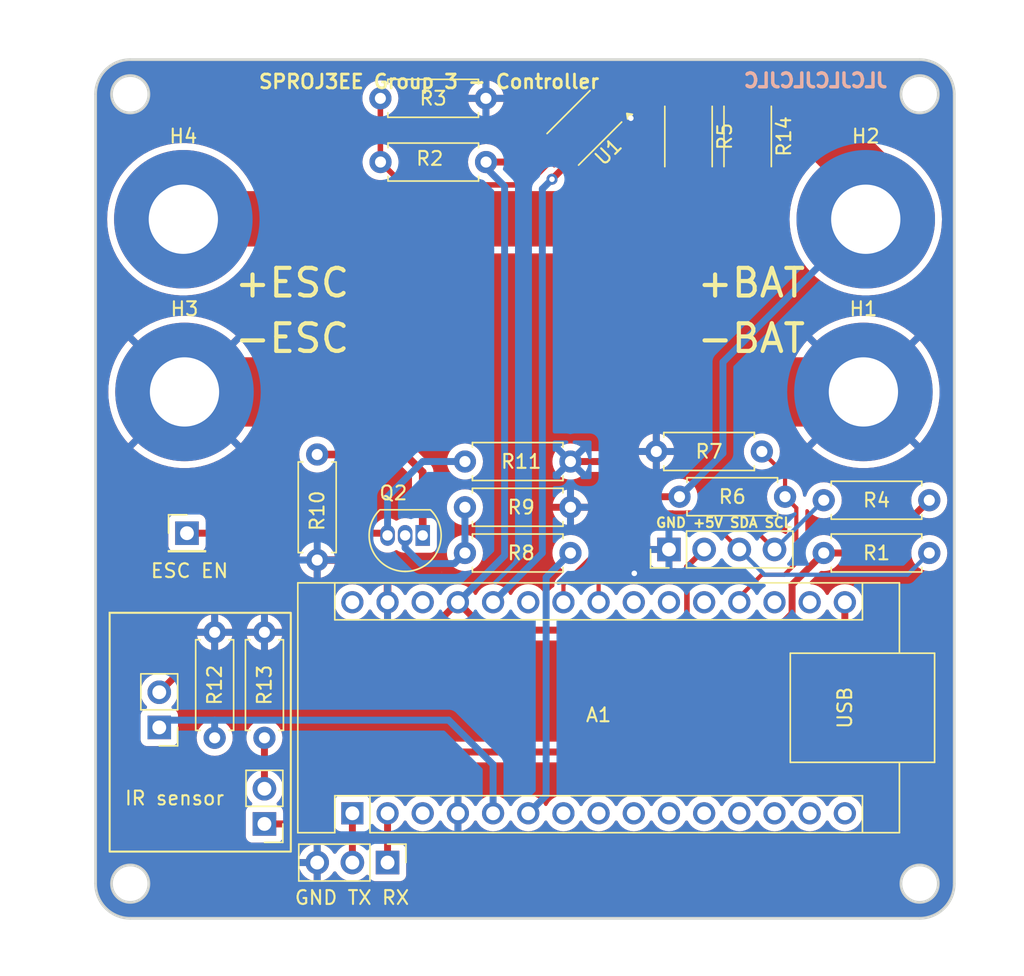
<source format=kicad_pcb>
(kicad_pcb (version 20240108) (generator "pcbnew") (generator_version "8.0")
  (layers (0 "F.Cu" signal) (31 "B.Cu" signal) (34 "B.Paste" user) (35 "F.Paste" user) (36 "B.SilkS" user "B.Silkscreen") (37 "F.SilkS" user "F.Silkscreen") (38 "B.Mask" user) (39 "F.Mask" user) (44 "Edge.Cuts" user))
  (net 0 "")
  (net 3 "A5_SCL")
  (net 5 "D13")
  (net 10 "TX")
  (net 11 "A7")
  (net 12 "RX")
  (net 17 "D3")
  (net 19 "D2")
  (net 21 "A0")
  (net 26 "A4_SDA")
  (net 27 "+5V")
  (net 29 "GND")
  (net 30 "Bat_input")
  (net 31 "Net-(J2-Pin_1)")
  (net 32 "Net-(J4-Pin_2)")
  (net 33 "Net-(Q2-B)")
  (net 34 "Net-(Q2-E)")
  (net 35 "Net-(U1-REF1)")
  (net 36 "Bat_output")
  (footprint "Resistor_SMD:R_2512_6332Metric_Pad1.40x3.35mm_HandSolder" (layer "F.Cu") (at 147.714 44.855142 -90)
    (property "Reference" "R5" (at 0 -2.62 90) (layer "F.SilkS"))
    (property "Value" "5m" (hide yes))
    (fp_line (start -2.177064 1.71) (end 2.177064 1.71) (stroke (width 0.12)) (layer "F.SilkS"))
    (fp_line (start -2.177064 -1.71) (end 2.177064 -1.71) (stroke (width 0.12)) (layer "F.SilkS"))
    (pad "1" smd roundrect (at -3.05 0 270) (size 1.4 3.35) (layers "F.Cu" "F.Paste" "F.Mask") (roundrect_rratio 0.178571) (net 30 "Bat_input"))
    (pad "2" smd roundrect (at 3.05 0 270) (size 1.4 3.35) (layers "F.Cu" "F.Paste" "F.Mask") (roundrect_rratio 0.178571) (net 36 "Bat_output"))
  )
  (footprint "MountingHole:MountingHole_5mm_Pad_TopBottom" (layer "F.Cu") (at 111.238 50.831142)
    (property "Reference" "H4" (at 0 -6 0) (layer "F.SilkS"))
    (property "Value" "MountingHole_Pad_Bat+_output")
    (pad "1" thru_hole circle (at 0 0) (size 5.4 5.4) (drill 5) (layers "*.Cu" "*.Mask") (net 36 "Bat_output"))
    (pad "1" connect circle (at 0 0) (size 10 10) (layers "F.Cu" "F.Mask") (net 36 "Bat_output"))
    (pad "1" connect circle (at 0 0) (size 10 10) (layers "B.Cu" "B.Mask") (net 36 "Bat_output"))
  )
  (footprint "Resistor_THT:R_Axial_DIN0207_L6.3mm_D2.5mm_P7.62mm_Horizontal" (layer "F.Cu") (at 147.066 70.866)
    (property "Reference" "R6" (at 3.81 0 0) (layer "F.SilkS"))
    (property "Value" "20k" (hide yes))
    (fp_line (start 0.54 -1.37) (end 7.08 -1.37) (stroke (width 0.12)) (layer "F.SilkS"))
    (fp_line (start 0.54 -1.04) (end 0.54 -1.37) (stroke (width 0.12)) (layer "F.SilkS"))
    (fp_line (start 0.54 1.04) (end 0.54 1.37) (stroke (width 0.12)) (layer "F.SilkS"))
    (fp_line (start 0.54 1.37) (end 7.08 1.37) (stroke (width 0.12)) (layer "F.SilkS"))
    (fp_line (start 7.08 -1.37) (end 7.08 -1.04) (stroke (width 0.12)) (layer "F.SilkS"))
    (fp_line (start 7.08 1.37) (end 7.08 1.04) (stroke (width 0.12)) (layer "F.SilkS"))
    (pad "1" thru_hole circle (at 0 0) (size 1.6 1.6) (drill 0.8) (layers "*.Cu" "*.Mask") (net 30 "Bat_input"))
    (pad "2" thru_hole oval (at 7.62 0) (size 1.6 1.6) (drill 0.8) (layers "*.Cu" "*.Mask") (net 21 "A0"))
  )
  (footprint "Connector_PinHeader_2.54mm:PinHeader_1x02_P2.54mm_Vertical" (layer "F.Cu") (at 117.094 94.493 180)
    (property "Reference" "J4" (hide yes))
    (property "Value" "Conn_01x02_Pin" (hide yes))
    (fp_line (start 1.33 1.270001) (end 1.33 3.87) (stroke (width 0.12)) (layer "F.SilkS"))
    (fp_line (start -1.33 3.87) (end 1.33 3.87) (stroke (width 0.12)) (layer "F.SilkS"))
    (fp_line (start -1.33 1.270001) (end 1.33 1.270001) (stroke (width 0.12)) (layer "F.SilkS"))
    (fp_line (start -1.33 1.270001) (end -1.33 3.87) (stroke (width 0.12)) (layer "F.SilkS"))
    (fp_line (start -1.33 0) (end -1.33 -1.33) (stroke (width 0.12)) (layer "F.SilkS"))
    (fp_line (start -1.33 -1.33) (end 0 -1.33) (stroke (width 0.12)) (layer "F.SilkS"))
    (pad "1" thru_hole rect (at 0 0 180) (size 1.7 1.7) (drill 1) (layers "*.Cu" "*.Mask") (net 5 "D13"))
    (pad "2" thru_hole oval (at 0 2.54 180) (size 1.7 1.7) (drill 1) (layers "*.Cu" "*.Mask") (net 32 "Net-(J4-Pin_2)"))
  )
  (footprint "MountingHole:MountingHole_5mm_Pad_TopBottom" (layer "F.Cu") (at 160.514 50.831142)
    (property "Reference" "H2" (at 0 -6 0) (layer "F.SilkS"))
    (property "Value" "MountingHole_Pad_Bat+_input")
    (pad "1" thru_hole circle (at 0 0) (size 5.4 5.4) (drill 5) (layers "*.Cu" "*.Mask") (net 30 "Bat_input"))
    (pad "1" connect circle (at 0 0) (size 10 10) (layers "F.Cu" "F.Mask") (net 30 "Bat_input"))
    (pad "1" connect circle (at 0 0) (size 10 10) (layers "B.Cu" "B.Mask") (net 30 "Bat_input"))
  )
  (footprint "Resistor_THT:R_Axial_DIN0207_L6.3mm_D2.5mm_P7.62mm_Horizontal" (layer "F.Cu") (at 131.572 71.628)
    (property "Reference" "R9" (at 4.064 0 0) (layer "F.SilkS"))
    (property "Value" "1.5k" (hide yes))
    (fp_line (start 0.54 -1.37) (end 7.08 -1.37) (stroke (width 0.12)) (layer "F.SilkS"))
    (fp_line (start 0.54 -1.04) (end 0.54 -1.37) (stroke (width 0.12)) (layer "F.SilkS"))
    (fp_line (start 0.54 1.04) (end 0.54 1.37) (stroke (width 0.12)) (layer "F.SilkS"))
    (fp_line (start 0.54 1.37) (end 7.08 1.37) (stroke (width 0.12)) (layer "F.SilkS"))
    (fp_line (start 7.08 -1.37) (end 7.08 -1.04) (stroke (width 0.12)) (layer "F.SilkS"))
    (fp_line (start 7.08 1.37) (end 7.08 1.04) (stroke (width 0.12)) (layer "F.SilkS"))
    (pad "1" thru_hole circle (at 0 0) (size 1.6 1.6) (drill 0.8) (layers "*.Cu" "*.Mask") (net 33 "Net-(Q2-B)"))
    (pad "2" thru_hole oval (at 7.62 0) (size 1.6 1.6) (drill 0.8) (layers "*.Cu" "*.Mask") (net 29 "GND"))
  )
  (footprint "Package_TO_SOT_THT:TO-92_Inline" (layer "F.Cu") (at 128.524 73.66 180)
    (property "Reference" "Q2" (at 2.124 3.06 0) (layer "F.SilkS"))
    (property "Value" "2N3904" (hide yes))
    (fp_line (start -0.53 1.85) (end 3.07 1.85) (stroke (width 0.12)) (layer "F.SilkS"))
    (fp_arc (start 1.27 -2.6) (mid 3.672087 -0.994977) (end 3.108478 1.838478) (stroke (width 0.12)) (layer "F.SilkS"))
    (fp_arc (start -0.568478 1.838478) (mid -1.132087 -0.994977) (end 1.27 -2.6) (stroke (width 0.12)) (layer "F.SilkS"))
    (pad "1" thru_hole rect (at 0 0 180) (size 1.05 1.5) (drill 0.75) (layers "*.Cu" "*.Mask") (net 34 "Net-(Q2-E)"))
    (pad "2" thru_hole oval (at 1.270001 0 180) (size 1.05 1.5) (drill 0.75) (layers "*.Cu" "*.Mask") (net 33 "Net-(Q2-B)"))
    (pad "3" thru_hole oval (at 2.54 0 180) (size 1.05 1.5) (drill 0.75) (layers "*.Cu" "*.Mask") (net 31 "Net-(J2-Pin_1)"))
  )
  (footprint "Resistor_THT:R_Axial_DIN0207_L6.3mm_D2.5mm_P7.62mm_Horizontal" (layer "F.Cu") (at 157.48 71.12)
    (property "Reference" "R4" (at 3.81 0 0) (layer "F.SilkS"))
    (property "Value" "4.7k" (hide yes))
    (fp_line (start 0.54 -1.37) (end 7.08 -1.37) (stroke (width 0.12)) (layer "F.SilkS"))
    (fp_line (start 0.54 -1.04) (end 0.54 -1.37) (stroke (width 0.12)) (layer "F.SilkS"))
    (fp_line (start 0.54 1.04) (end 0.54 1.37) (stroke (width 0.12)) (layer "F.SilkS"))
    (fp_line (start 0.54 1.37) (end 7.08 1.37) (stroke (width 0.12)) (layer "F.SilkS"))
    (fp_line (start 7.08 -1.37) (end 7.08 -1.04) (stroke (width 0.12)) (layer "F.SilkS"))
    (fp_line (start 7.08 1.37) (end 7.08 1.04) (stroke (width 0.12)) (layer "F.SilkS"))
    (pad "1" thru_hole circle (at 0 0) (size 1.6 1.6) (drill 0.8) (layers "*.Cu" "*.Mask") (net 3 "A5_SCL"))
    (pad "2" thru_hole oval (at 7.62 0) (size 1.6 1.6) (drill 0.8) (layers "*.Cu" "*.Mask") (net 27 "+5V"))
  )
  (footprint "Connector_PinHeader_2.54mm:PinHeader_1x04_P2.54mm_Vertical" (layer "F.Cu") (at 146.304001 74.676 90)
    (property "Reference" "J1" (hide yes))
    (property "Value" "Conn_01x04_Pin" (hide yes))
    (fp_line (start -1.33 -1.33) (end 0 -1.33) (stroke (width 0.12)) (layer "F.SilkS"))
    (fp_line (start -1.33 0) (end -1.33 -1.33) (stroke (width 0.12)) (layer "F.SilkS"))
    (fp_line (start 1.33 1.270001) (end 1.33 8.95) (stroke (width 0.12)) (layer "F.SilkS"))
    (fp_line (start -1.33 1.270001) (end 1.33 1.270001) (stroke (width 0.12)) (layer "F.SilkS"))
    (fp_line (start -1.33 1.270001) (end -1.33 8.95) (stroke (width 0.12)) (layer "F.SilkS"))
    (fp_line (start -1.33 8.95) (end 1.33 8.95) (stroke (width 0.12)) (layer "F.SilkS"))
    (pad "1" thru_hole rect (at 0 0 90) (size 1.7 1.7) (drill 1) (layers "*.Cu" "*.Mask") (net 29 "GND"))
    (pad "2" thru_hole oval (at 0 2.54 90) (size 1.7 1.7) (drill 1) (layers "*.Cu" "*.Mask") (net 27 "+5V"))
    (pad "3" thru_hole oval (at 0 5.079999 90) (size 1.7 1.7) (drill 1) (layers "*.Cu" "*.Mask") (net 26 "A4_SDA"))
    (pad "4" thru_hole oval (at 0 7.62 90) (size 1.7 1.7) (drill 1) (layers "*.Cu" "*.Mask") (net 3 "A5_SCL"))
  )
  (footprint "Connector_PinHeader_2.54mm:PinHeader_1x02_P2.54mm_Vertical" (layer "F.Cu") (at 109.5 87.525 180)
    (property "Reference" "J3" (hide yes))
    (property "Value" "Conn_01x02_Pin" (hide yes))
    (fp_line (start 1.33 1.270001) (end 1.33 3.87) (stroke (width 0.12)) (layer "F.SilkS"))
    (fp_line (start -1.33 3.87) (end 1.33 3.87) (stroke (width 0.12)) (layer "F.SilkS"))
    (fp_line (start -1.33 1.270001) (end 1.33 1.270001) (stroke (width 0.12)) (layer "F.SilkS"))
    (fp_line (start -1.33 1.270001) (end -1.33 3.87) (stroke (width 0.12)) (layer "F.SilkS"))
    (fp_line (start -1.33 0) (end -1.33 -1.33) (stroke (width 0.12)) (layer "F.SilkS"))
    (fp_line (start -1.33 -1.33) (end 0 -1.33) (stroke (width 0.12)) (layer "F.SilkS"))
    (pad "1" thru_hole rect (at 0 0 180) (size 1.7 1.7) (drill 1) (layers "*.Cu" "*.Mask") (net 19 "D2"))
    (pad "2" thru_hole oval (at 0 2.54 180) (size 1.7 1.7) (drill 1) (layers "*.Cu" "*.Mask") (net 27 "+5V"))
  )
  (footprint "Connector_PinHeader_2.54mm:PinHeader_1x03_P2.54mm_Vertical" (layer "F.Cu") (at 125.983999 97.282 -90)
    (property "Reference" "J1-1" (hide yes))
    (property "Value" "Conn_01x03_Pin" (hide yes))
    (fp_line (start -1.33 6.409999) (end 1.33 6.409999) (stroke (width 0.12)) (layer "F.SilkS"))
    (fp_line (start -1.33 1.270001) (end -1.33 6.409999) (stroke (width 0.12)) (layer "F.SilkS"))
    (fp_line (start -1.33 1.270001) (end 1.33 1.270001) (stroke (width 0.12)) (layer "F.SilkS"))
    (fp_line (start 1.33 1.270001) (end 1.33 6.409999) (stroke (width 0.12)) (layer "F.SilkS"))
    (fp_line (start -1.33 0) (end -1.33 -1.33) (stroke (width 0.12)) (layer "F.SilkS"))
    (fp_line (start -1.33 -1.33) (end 0 -1.33) (stroke (width 0.12)) (layer "F.SilkS"))
    (pad "1" thru_hole rect (at 0 0 270) (size 1.7 1.7) (drill 1) (layers "*.Cu" "*.Mask") (net 12 "RX"))
    (pad "2" thru_hole oval (at 0 2.54 270) (size 1.7 1.7) (drill 1) (layers "*.Cu" "*.Mask") (net 10 "TX"))
    (pad "3" thru_hole oval (at 0 5.079999 270) (size 1.7 1.7) (drill 1) (layers "*.Cu" "*.Mask") (net 29 "GND"))
  )
  (footprint "Resistor_THT:R_Axial_DIN0207_L6.3mm_D2.5mm_P7.62mm_Horizontal" (layer "F.Cu") (at 139.192 74.93 180)
    (property "Reference" "R8" (at 3.556 0 0) (layer "F.SilkS"))
    (property "Value" "3.5k" (hide yes))
    (fp_line (start 7.08 1.37) (end 7.08 1.04) (stroke (width 0.12)) (layer "F.SilkS"))
    (fp_line (start 7.08 -1.37) (end 7.08 -1.04) (stroke (width 0.12)) (layer "F.SilkS"))
    (fp_line (start 0.54 1.37) (end 7.08 1.37) (stroke (width 0.12)) (layer "F.SilkS"))
    (fp_line (start 0.54 1.04) (end 0.54 1.37) (stroke (width 0.12)) (layer "F.SilkS"))
    (fp_line (start 0.54 -1.04) (end 0.54 -1.37) (stroke (width 0.12)) (layer "F.SilkS"))
    (fp_line (start 0.54 -1.37) (end 7.08 -1.37) (stroke (width 0.12)) (layer "F.SilkS"))
    (pad "1" thru_hole circle (at 0 0 180) (size 1.6 1.6) (drill 0.8) (layers "*.Cu" "*.Mask") (net 17 "D3"))
    (pad "2" thru_hole oval (at 7.62 0 180) (size 1.6 1.6) (drill 0.8) (layers "*.Cu" "*.Mask") (net 33 "Net-(Q2-B)"))
  )
  (footprint "Resistor_THT:R_Axial_DIN0207_L6.3mm_D2.5mm_P7.62mm_Horizontal" (layer "F.Cu") (at 125.466 42.101142)
    (property "Reference" "R3" (at 3.81 0 0) (layer "F.SilkS"))
    (property "Value" "200" (hide yes))
    (fp_line (start 0.54 -1.37) (end 7.08 -1.37) (stroke (width 0.12)) (layer "F.SilkS"))
    (fp_line (start 0.54 -1.04) (end 0.54 -1.37) (stroke (width 0.12)) (layer "F.SilkS"))
    (fp_line (start 0.54 1.04) (end 0.54 1.37) (stroke (width 0.12)) (layer "F.SilkS"))
    (fp_line (start 0.54 1.37) (end 7.08 1.37) (stroke (width 0.12)) (layer "F.SilkS"))
    (fp_line (start 7.08 -1.37) (end 7.08 -1.04) (stroke (width 0.12)) (layer "F.SilkS"))
    (fp_line (start 7.08 1.37) (end 7.08 1.04) (stroke (width 0.12)) (layer "F.SilkS"))
    (pad "1" thru_hole circle (at 0 0) (size 1.6 1.6) (drill 0.8) (layers "*.Cu" "*.Mask") (net 35 "Net-(U1-REF1)"))
    (pad "2" thru_hole oval (at 7.62 0) (size 1.6 1.6) (drill 0.8) (layers "*.Cu" "*.Mask") (net 29 "GND"))
  )
  (footprint "Resistor_THT:R_Axial_DIN0207_L6.3mm_D2.5mm_P7.62mm_Horizontal" (layer "F.Cu") (at 117.094 88.275 90)
    (property "Reference" "R13" (at 3.81 0 90) (layer "F.SilkS"))
    (property "Value" "180" (hide yes))
    (fp_line (start 7.08 -1.37) (end 7.08 -1.04) (stroke (width 0.12)) (layer "F.SilkS"))
    (fp_line (start 0.54 -1.37) (end 7.08 -1.37) (stroke (width 0.12)) (layer "F.SilkS"))
    (fp_line (start 0.54 -1.04) (end 0.54 -1.37) (stroke (width 0.12)) (layer "F.SilkS"))
    (fp_line (start 0.54 1.04) (end 0.54 1.37) (stroke (width 0.12)) (layer "F.SilkS"))
    (fp_line (start 7.08 1.37) (end 7.08 1.04) (stroke (width 0.12)) (layer "F.SilkS"))
    (fp_line (start 0.54 1.37) (end 7.08 1.37) (stroke (width 0.12)) (layer "F.SilkS"))
    (pad "1" thru_hole circle (at 0 0 90) (size 1.6 1.6) (drill 0.8) (layers "*.Cu" "*.Mask") (net 32 "Net-(J4-Pin_2)"))
    (pad "2" thru_hole oval (at 7.62 0 90) (size 1.6 1.6) (drill 0.8) (layers "*.Cu" "*.Mask") (net 29 "GND"))
  )
  (footprint "Resistor_THT:R_Axial_DIN0207_L6.3mm_D2.5mm_P7.62mm_Horizontal" (layer "F.Cu") (at 139.192 68.326 180)
    (property "Reference" "R11" (at 3.556 0 0) (layer "F.SilkS"))
    (property "Value" "100k" (hide yes))
    (fp_line (start 7.08 1.37) (end 7.08 1.04) (stroke (width 0.12)) (layer "F.SilkS"))
    (fp_line (start 7.08 -1.37) (end 7.08 -1.04) (stroke (width 0.12)) (layer "F.SilkS"))
    (fp_line (start 0.54 1.37) (end 7.08 1.37) (stroke (width 0.12)) (layer "F.SilkS"))
    (fp_line (start 0.54 1.04) (end 0.54 1.37) (stroke (width 0.12)) (layer "F.SilkS"))
    (fp_line (start 0.54 -1.04) (end 0.54 -1.37) (stroke (width 0.12)) (layer "F.SilkS"))
    (fp_line (start 0.54 -1.37) (end 7.08 -1.37) (stroke (width 0.12)) (layer "F.SilkS"))
    (pad "1" thru_hole circle (at 0 0 180) (size 1.6 1.6) (drill 0.8) (layers "*.Cu" "*.Mask") (net 30 "Bat_input"))
    (pad "2" thru_hole oval (at 7.62 0 180) (size 1.6 1.6) (drill 0.8) (layers "*.Cu" "*.Mask") (net 31 "Net-(J2-Pin_1)"))
  )
  (footprint "Resistor_THT:R_Axial_DIN0207_L6.3mm_D2.5mm_P7.62mm_Horizontal" (layer "F.Cu") (at 153.01 67.6 180)
    (property "Reference" "R7" (at 3.81 0 0) (layer "F.SilkS"))
    (property "Value" "10k" (hide yes))
    (fp_line (start 7.08 1.37) (end 7.08 1.04) (stroke (width 0.12)) (layer "F.SilkS"))
    (fp_line (start 7.08 -1.37) (end 7.08 -1.04) (stroke (width 0.12)) (layer "F.SilkS"))
    (fp_line (start 0.54 1.37) (end 7.08 1.37) (stroke (width 0.12)) (layer "F.SilkS"))
    (fp_line (start 0.54 1.04) (end 0.54 1.37) (stroke (width 0.12)) (layer "F.SilkS"))
    (fp_line (start 0.54 -1.04) (end 0.54 -1.37) (stroke (width 0.12)) (layer "F.SilkS"))
    (fp_line (start 0.54 -1.37) (end 7.08 -1.37) (stroke (width 0.12)) (layer "F.SilkS"))
    (pad "1" thru_hole circle (at 0 0 180) (size 1.6 1.6) (drill 0.8) (layers "*.Cu" "*.Mask") (net 21 "A0"))
    (pad "2" thru_hole oval (at 7.62 0 180) (size 1.6 1.6) (drill 0.8) (layers "*.Cu" "*.Mask") (net 29 "GND"))
  )
  (footprint "Package_SO:TSSOP-8_4.4x3mm_P0.65mm" (layer "F.Cu") (at 140.194 44.227142 -135)
    (property "Reference" "U1" (at 0 -2.450001 45) (layer "F.SilkS"))
    (property "Value" "INA240A1PW" (hide yes))
    (fp_line (start 0 1.61) (end 2.2 1.61) (stroke (width 0.12)) (layer "F.SilkS"))
    (fp_line (start 0 1.61) (end -2.2 1.61) (stroke (width 0.12)) (layer "F.SilkS"))
    (fp_line (start 0 -1.61) (end 2.2 -1.61) (stroke (width 0.12)) (layer "F.SilkS"))
    (fp_line (start 0 -1.61) (end -2.2 -1.61) (stroke (width 0.12)) (layer "F.SilkS"))
    (fp_poly (pts (xy -2.9 -1.435) (xy -3.14 -1.765) (xy -2.660001 -1.765) (xy -2.9 -1.435)) (stroke (width 0.12)) (fill solid) (layer "F.SilkS"))
    (pad "1" smd roundrect (at -2.8625 -0.975 225) (size 1.475 0.4) (layers "F.Cu" "F.Paste" "F.Mask") (net 29 "GND"))
    (pad "2" smd roundrect (at -2.8625 -0.325 225) (size 1.475 0.4) (layers "F.Cu" "F.Paste" "F.Mask") (net 30 "Bat_input"))
    (pad "3" smd roundrect (at -2.8625 0.325 225) (size 1.475 0.4) (layers "F.Cu" "F.Paste" "F.Mask") (net 36 "Bat_output"))
    (pad "4" smd roundrect (at -2.8625 0.975 225) (size 1.475 0.4) (layers "F.Cu" "F.Paste" "F.Mask") (net 29 "GND"))
    (pad "5" smd roundrect (at 2.8625 0.975 225) (size 1.475 0.4) (layers "F.Cu" "F.Paste" "F.Mask") (net 27 "+5V"))
    (pad "6" smd roundrect (at 2.8625 0.325 225) (size 1.475 0.4) (layers "F.Cu" "F.Paste" "F.Mask") (net 35 "Net-(U1-REF1)"))
    (pad "7" smd roundrect (at 2.8625 -0.325 225) (size 1.475 0.4) (layers "F.Cu" "F.Paste" "F.Mask") (net 35 "Net-(U1-REF1)"))
    (pad "8" smd roundrect (at 2.8625 -0.975 225) (size 1.475 0.4) (layers "F.Cu" "F.Paste" "F.Mask") (net 11 "A7"))
  )
  (footprint "Connector_PinHeader_2.54mm:PinHeader_1x01_P2.54mm_Vertical" (layer "F.Cu") (at 111.5 73.5)
    (property "Reference" "J2" (hide yes))
    (property "Value" "mount_hole_mosfet")
    (fp_line (start -1.33 -1.33) (end 0 -1.33) (stroke (width 0.12)) (layer "F.SilkS"))
    (fp_line (start -1.33 0) (end -1.33 -1.33) (stroke (width 0.12)) (layer "F.SilkS"))
    (fp_line (start -1.33 1.27) (end -1.33 1.33) (stroke (width 0.12)) (layer "F.SilkS"))
    (fp_line (start -1.33 1.27) (end 1.33 1.27) (stroke (width 0.12)) (layer "F.SilkS"))
    (fp_line (start -1.33 1.33) (end 1.33 1.33) (stroke (width 0.12)) (layer "F.SilkS"))
    (fp_line (start 1.33 1.27) (end 1.33 1.33) (stroke (width 0.12)) (layer "F.SilkS"))
    (pad "1" thru_hole rect (at 0 0) (size 1.7 1.7) (drill 1) (layers "*.Cu" "*.Mask") (net 31 "Net-(J2-Pin_1)"))
  )
  (footprint "Resistor_THT:R_Axial_DIN0207_L6.3mm_D2.5mm_P7.62mm_Horizontal" (layer "F.Cu") (at 113.5 88.275 90)
    (property "Reference" "R12" (at 3.81 0 90) (layer "F.SilkS"))
    (property "Value" "4.7k" (hide yes))
    (fp_line (start 7.08 -1.37) (end 7.08 -1.04) (stroke (width 0.12)) (layer "F.SilkS"))
    (fp_line (start 0.54 -1.37) (end 7.08 -1.37) (stroke (width 0.12)) (layer "F.SilkS"))
    (fp_line (start 0.54 -1.04) (end 0.54 -1.37) (stroke (width 0.12)) (layer "F.SilkS"))
    (fp_line (start 0.54 1.04) (end 0.54 1.37) (stroke (width 0.12)) (layer "F.SilkS"))
    (fp_line (start 7.08 1.37) (end 7.08 1.04) (stroke (width 0.12)) (layer "F.SilkS"))
    (fp_line (start 0.54 1.37) (end 7.08 1.37) (stroke (width 0.12)) (layer "F.SilkS"))
    (pad "1" thru_hole circle (at 0 0 90) (size 1.6 1.6) (drill 0.8) (layers "*.Cu" "*.Mask") (net 19 "D2"))
    (pad "2" thru_hole oval (at 7.62 0 90) (size 1.6 1.6) (drill 0.8) (layers "*.Cu" "*.Mask") (net 29 "GND"))
  )
  (footprint "Resistor_SMD:R_2512_6332Metric_Pad1.40x3.35mm_HandSolder" (layer "F.Cu") (at 151.986 44.851142 -90)
    (property "Reference" "R14" (at 0 -2.62 90) (layer "F.SilkS"))
    (property "Value" "5m")
    (fp_line (start -2.177064 1.71) (end 2.177064 1.71) (stroke (width 0.12)) (layer "F.SilkS"))
    (fp_line (start -2.177064 -1.71) (end 2.177064 -1.71) (stroke (width 0.12)) (layer "F.SilkS"))
    (pad "1" smd roundrect (at -3.05 0 270) (size 1.4 3.35) (layers "F.Cu" "F.Paste" "F.Mask") (roundrect_rratio 0.178571) (net 30 "Bat_input"))
    (pad "2" smd roundrect (at 3.05 0 270) (size 1.4 3.35) (layers "F.Cu" "F.Paste" "F.Mask") (roundrect_rratio 0.178571) (net 36 "Bat_output"))
  )
  (footprint "MountingHole:MountingHole_5mm_Pad_TopBottom" (layer "F.Cu") (at 111.322 63.3)
    (property "Reference" "H3" (at 0 -6 0) (layer "F.SilkS"))
    (property "Value" "MountingHole_Pad_Bat-_output")
    (pad "1" thru_hole circle (at 0 0) (size 5.4 5.4) (drill 5) (layers "*.Cu" "*.Mask") (net 29 "GND"))
    (pad "1" connect circle (at 0 0) (size 10 10) (layers "F.Cu" "F.Mask") (net 29 "GND"))
    (pad "1" connect circle (at 0 0) (size 10 10) (layers "B.Cu" "B.Mask") (net 29 "GND"))
  )
  (footprint "Resistor_THT:R_Axial_DIN0207_L6.3mm_D2.5mm_P7.62mm_Horizontal" (layer "F.Cu") (at 125.476 46.701142)
    (property "Reference" "R2" (at 3.556 -0.254 0) (layer "F.SilkS"))
    (property "Value" "10k" (hide yes))
    (fp_line (start 0.54 -1.37) (end 7.08 -1.37) (stroke (width 0.12)) (layer "F.SilkS"))
    (fp_line (start 0.54 -1.04) (end 0.54 -1.37) (stroke (width 0.12)) (layer "F.SilkS"))
    (fp_line (start 0.54 1.04) (end 0.54 1.37) (stroke (width 0.12)) (layer "F.SilkS"))
    (fp_line (start 0.54 1.37) (end 7.08 1.37) (stroke (width 0.12)) (layer "F.SilkS"))
    (fp_line (start 7.08 -1.37) (end 7.08 -1.04) (stroke (width 0.12)) (layer "F.SilkS"))
    (fp_line (start 7.08 1.37) (end 7.08 1.04) (stroke (width 0.12)) (layer "F.SilkS"))
    (pad "1" thru_hole circle (at 0 0) (size 1.6 1.6) (drill 0.8) (layers "*.Cu" "*.Mask") (net 35 "Net-(U1-REF1)"))
    (pad "2" thru_hole oval (at 7.62 0) (size 1.6 1.6) (drill 0.8) (layers "*.Cu" "*.Mask") (net 27 "+5V"))
  )
  (footprint "MountingHole:MountingHole_5mm_Pad_TopBottom" (layer "F.Cu") (at 160.344 63.3)
    (property "Reference" "H1" (at 0 -6 0) (layer "F.SilkS"))
    (property "Value" "MountingHole_Pad_Bat-_input")
    (pad "1" thru_hole circle (at 0 0) (size 5.4 5.4) (drill 5) (layers "*.Cu" "*.Mask") (net 29 "GND"))
    (pad "1" connect circle (at 0 0) (size 10 10) (layers "F.Cu" "F.Mask") (net 29 "GND"))
    (pad "1" connect circle (at 0 0) (size 10 10) (layers "B.Cu" "B.Mask") (net 29 "GND"))
  )
  (footprint "Resistor_THT:R_Axial_DIN0207_L6.3mm_D2.5mm_P7.62mm_Horizontal" (layer "F.Cu") (at 157.48 74.93)
    (property "Reference" "R1" (at 3.81 0 0) (layer "F.SilkS"))
    (property "Value" "4.7k" (hide yes))
    (fp_line (start 0.54 -1.37) (end 7.08 -1.37) (stroke (width 0.12)) (layer "F.SilkS"))
    (fp_line (start 0.54 -1.04) (end 0.54 -1.37) (stroke (width 0.12)) (layer "F.SilkS"))
    (fp_line (start 0.54 1.04) (end 0.54 1.37) (stroke (width 0.12)) (layer "F.SilkS"))
    (fp_line (start 0.54 1.37) (end 7.08 1.37) (stroke (width 0.12)) (layer "F.SilkS"))
    (fp_line (start 7.08 -1.37) (end 7.08 -1.04) (stroke (width 0.12)) (layer "F.SilkS"))
    (fp_line (start 7.08 1.37) (end 7.08 1.04) (stroke (width 0.12)) (layer "F.SilkS"))
    (pad "1" thru_hole circle (at 0 0) (size 1.6 1.6) (drill 0.8) (layers "*.Cu" "*.Mask") (net 27 "+5V"))
    (pad "2" thru_hole oval (at 7.62 0) (size 1.6 1.6) (drill 0.8) (layers "*.Cu" "*.Mask") (net 26 "A4_SDA"))
  )
  (footprint "Module:Arduino_Nano" (layer "F.Cu") (at 123.444001 93.726 90)
    (property "Reference" "A1" (at 7.102 17.779999 180) (layer "F.SilkS"))
    (property "Value" "Arduino_Nano_v3.x" (hide yes))
    (fp_line (start 16.64 -3.94) (end -1.4 -3.94) (stroke (width 0.12)) (layer "F.SilkS"))
    (fp_line (start -1.4 -3.94) (end -1.4 -1.27) (stroke (width 0.12)) (layer "F.SilkS"))
    (fp_line (start 13.97 -1.27) (end 16.64 -1.27) (stroke (width 0.12)) (layer "F.SilkS"))
    (fp_line (start 13.97 -1.27) (end 13.97 36.83) (stroke (width 0.12)) (layer "F.SilkS"))
    (fp_line (start 1.27 -1.27) (end -1.4 -1.27) (stroke (width 0.12)) (layer "F.SilkS"))
    (fp_line (start 1.27 1.27) (end 1.27 -1.27) (stroke (width 0.12)) (layer "F.SilkS"))
    (fp_line (start 1.27 1.27) (end -1.4 1.27) (stroke (width 0.12)) (layer "F.SilkS"))
    (fp_line (start 1.27 1.27) (end 1.27 36.83) (stroke (width 0.12)) (layer "F.SilkS"))
    (fp_line (start -1.4 1.27) (end -1.4 39.499999) (stroke (width 0.12)) (layer "F.SilkS"))
    (fp_line (start 3.68 31.619999) (end 11.56 31.62) (stroke (width 0.12)) (layer "F.SilkS"))
    (fp_line (start 11.56 31.62) (end 11.559999 42.04) (stroke (width 0.12)) (layer "F.SilkS"))
    (fp_line (start 13.97 36.83) (end 16.64 36.83) (stroke (width 0.12)) (layer "F.SilkS"))
    (fp_line (start 1.27 36.83) (end -1.4 36.83) (stroke (width 0.12)) (layer "F.SilkS"))
    (fp_line (start -1.4 39.499999) (end 3.68 39.5) (stroke (width 0.12)) (layer "F.SilkS"))
    (fp_line (start 16.64 39.5) (end 16.64 -3.94) (stroke (width 0.12)) (layer "F.SilkS"))
    (fp_line (start 16.64 39.5) (end 11.56 39.499999) (stroke (width 0.12)) (layer "F.SilkS"))
    (fp_line (start 11.559999 42.04) (end 3.68 42.04) (stroke (width 0.12)) (layer "F.SilkS"))
    (fp_line (start 3.68 42.04) (end 3.68 31.619999) (stroke (width 0.12)) (layer "F.SilkS"))
    (fp_text user "USB" (at 7.62 35.56 90) (layer "F.SilkS"))
    (pad "1" thru_hole rect (at 0 0 90) (size 1.6 1.6) (drill 1) (layers "*.Cu" "*.Mask") (net 10 "TX"))
    (pad "2" thru_hole oval (at 0 2.54 90) (size 1.6 1.6) (drill 1) (layers "*.Cu" "*.Mask") (net 12 "RX"))
    (pad "3" thru_hole oval (at 0 5.079999 90) (size 1.6 1.6) (drill 1) (layers "*.Cu" "*.Mask"))
    (pad "4" thru_hole oval (at 0 7.62 90) (size 1.6 1.6) (drill 1) (layers "*.Cu" "*.Mask") (net 29 "GND"))
    (pad "5" thru_hole oval (at 0 10.16 90) (size 1.6 1.6) (drill 1) (layers "*.Cu" "*.Mask") (net 19 "D2"))
    (pad "6" thru_hole oval (at 0 12.7 90) (size 1.6 1.6) (drill 1) (layers "*.Cu" "*.Mask") (net 17 "D3"))
    (pad "7" thru_hole oval (at 0 15.24 90) (size 1.6 1.6) (drill 1) (layers "*.Cu" "*.Mask"))
    (pad "8" thru_hole oval (at 0 17.780001 90) (size 1.6 1.6) (drill 1) (layers "*.Cu" "*.Mask"))
    (pad "9" thru_hole oval (at 0 20.32 90) (size 1.6 1.6) (drill 1) (layers "*.Cu" "*.Mask"))
    (pad "10" thru_hole oval (at 0 22.86 90) (size 1.6 1.6) (drill 1) (layers "*.Cu" "*.Mask"))
    (pad "11" thru_hole oval (at 0 25.4 90) (size 1.6 1.6) (drill 1) (layers "*.Cu" "*.Mask"))
    (pad "12" thru_hole oval (at 0 27.939999 90) (size 1.6 1.6) (drill 1) (layers "*.Cu" "*.Mask"))
    (pad "13" thru_hole oval (at 0 30.48 90) (size 1.6 1.6) (drill 1) (layers "*.Cu" "*.Mask"))
    (pad "14" thru_hole oval (at 0 33.02 90) (size 1.6 1.6) (drill 1) (layers "*.Cu" "*.Mask"))
    (pad "15" thru_hole oval (at 0 35.56 90) (size 1.6 1.6) (drill 1) (layers "*.Cu" "*.Mask"))
    (pad "16" thru_hole oval (at 15.24 35.56 90) (size 1.6 1.6) (drill 1) (layers "*.Cu" "*.Mask") (net 5 "D13"))
    (pad "17" thru_hole oval (at 15.24 33.02 90) (size 1.6 1.6) (drill 1) (layers "*.Cu" "*.Mask"))
    (pad "18" thru_hole oval (at 15.24 30.48 90) (size 1.6 1.6) (drill 1) (layers "*.Cu" "*.Mask"))
    (pad "19" thru_hole oval (at 15.24 27.94 90) (size 1.6 1.6) (drill 1) (layers "*.Cu" "*.Mask") (net 21 "A0"))
    (pad "20" thru_hole oval (at 15.24 25.4 90) (size 1.6 1.6) (drill 1) (layers "*.Cu" "*.Mask"))
    (pad "21" thru_hole oval (at 15.24 22.86 90) (size 1.6 1.6) (drill 1) (layers "*.Cu" "*.Mask"))
    (pad "22" thru_hole oval (at 15.24 20.32 90) (size 1.6 1.6) (drill 1) (layers "*.Cu" "*.Mask"))
    (pad "23" thru_hole oval (at 15.24 17.78 90) (size 1.6 1.6) (drill 1) (layers "*.Cu" "*.Mask") (net 26 "A4_SDA"))
    (pad "24" thru_hole oval (at 15.24 15.24 90) (size 1.6 1.6) (drill 1) (layers "*.Cu" "*.Mask") (net 3 "A5_SCL"))
    (pad "25" thru_hole oval (at 15.24 12.7 90) (size 1.6 1.6) (drill 1) (layers "*.Cu" "*.Mask"))
    (pad "26" thru_hole oval (at 15.24 10.16 90) (size 1.6 1.6) (drill 1) (layers "*.Cu" "*.Mask") (net 11 "A7"))
    (pad "27" thru_hole oval (at 15.24 7.62 90) (size 1.6 1.6) (drill 1) (layers "*.Cu" "*.Mask") (net 27 "+5V"))
    (pad "28" thru_hole oval (at 15.24 5.08 90) (size 1.6 1.6) (drill 1) (layers "*.Cu" "*.Mask"))
    (pad "29" thru_hole oval (at 15.24 2.54 90) (size 1.6 1.6) (drill 1) (layers "*.Cu" "*.Mask") (net 29 "GND"))
    (pad "30" thru_hole oval (at 15.24 0 90) (size 1.6 1.6) (drill 1) (layers "*.Cu" "*.Mask"))
  )
  (footprint "Resistor_THT:R_Axial_DIN0207_L6.3mm_D2.5mm_P7.62mm_Horizontal" (layer "F.Cu") (at 120.904 67.818 -90)
    (property "Reference" "R10" (at 4.064 0 90) (layer "F.SilkS"))
    (property "Value" "1k" (hide yes))
    (fp_line (start 0.54 1.37) (end 7.08 1.37) (stroke (width 0.12)) (layer "F.SilkS"))
    (fp_line (start 7.08 1.37) (end 7.08 1.04) (stroke (width 0.12)) (layer "F.SilkS"))
    (fp_line (start 0.54 1.04) (end 0.54 1.37) (stroke (width 0.12)) (layer "F.SilkS"))
    (fp_line (start 0.54 -1.04) (end 0.54 -1.37) (stroke (width 0.12)) (layer "F.SilkS"))
    (fp_line (start 0.54 -1.37) (end 7.08 -1.37) (stroke (width 0.12)) (layer "F.SilkS"))
    (fp_line (start 7.08 -1.37) (end 7.08 -1.04) (stroke (width 0.12)) (layer "F.SilkS"))
    (pad "1" thru_hole circle (at 0 0 270) (size 1.6 1.6) (drill 0.8) (layers "*.Cu" "*.Mask") (net 34 "Net-(Q2-E)"))
    (pad "2" thru_hole oval (at 7.62 0 270) (size 1.6 1.6) (drill 0.8) (layers "*.Cu" "*.Mask") (net 29 "GND"))
  )
  (gr_rect (start 105.918 79.248) (end 118.998706 96.49076) (stroke (width 0.15)) (fill none) (layer "F.SilkS"))
  (gr_arc (start 166.901999 98.806001) (mid 166.169766 100.573768) (end 164.401999 101.306001) (stroke (width 0.2)) (layer "Edge.Cuts"))
  (gr_circle (center 107.401999 41.806) (end 107.401999 40.456) (stroke (width 0.2)) (fill none) (layer "Edge.Cuts"))
  (gr_arc (start 164.401999 39.306001) (mid 166.169766 40.038234) (end 166.901999 41.806001) (stroke (width 0.2)) (layer "Edge.Cuts"))
  (gr_line (start 107.402 39.306001) (end 164.401999 39.306001) (stroke (width 0.2)) (layer "Edge.Cuts"))
  (gr_line (start 104.902 98.806) (end 104.902 41.806001) (stroke (width 0.2)) (layer "Edge.Cuts"))
  (gr_arc (start 107.402001 101.306001) (mid 105.634232 100.573768) (end 104.902 98.806) (stroke (width 0.2)) (layer "Edge.Cuts"))
  (gr_circle (center 107.401999 98.806001) (end 107.402 97.456) (stroke (width 0.2)) (fill none) (layer "Edge.Cuts"))
  (gr_circle (center 164.402 98.806001) (end 164.401999 97.456) (stroke (width 0.2)) (fill none) (layer "Edge.Cuts"))
  (gr_circle (center 164.402 41.806) (end 164.402 40.456) (stroke (width 0.2)) (fill none) (layer "Edge.Cuts"))
  (gr_line (start 164.401999 101.306001) (end 107.402001 101.306001) (stroke (width 0.2)) (layer "Edge.Cuts"))
  (gr_arc (start 104.902 41.806001) (mid 105.634233 40.038234) (end 107.402 39.306001) (stroke (width 0.2)) (layer "Edge.Cuts"))
  (gr_line (start 166.901999 41.806001) (end 166.901999 98.806001) (stroke (width 0.2)) (layer "Edge.Cuts"))
  (gr_circle (center 129.902 76.306) (end 129.902 76.296) (stroke (width 0.0001)) (fill solid) (layer "Edge.Cuts"))
  (gr_text "JLCJLCJLCJLC" (at 162.2 41.4 0) (layer "B.SilkS") (effects (font (size 1 1) (thickness 0.25) (bold yes)) (justify left bottom mirror)))
  (gr_text "-ESC" (at 114.8 60.6 0) (layer "F.SilkS") (effects (font (size 2 2) (thickness 0.3)) (justify left bottom)))
  (gr_text "GND TX RX" (at 119.2 100.4 0) (layer "F.SilkS") (effects (font (size 1 1)) (justify left bottom)))
  (gr_text "IR sensor" (at 106.934 93.218 0) (layer "F.SilkS") (effects (font (size 1 1)) (justify left bottom)))
  (gr_text "GND +5V SDA SCL" (at 145.288 73.152 0) (layer "F.SilkS") (effects (font (size 0.7 0.7)) (justify left bottom)))
  (gr_text "ESC EN" (at 108.8 76.8 0) (layer "F.SilkS") (effects (font (size 1 1)) (justify left bottom)))
  (gr_text "-BAT" (at 148.2 60.6 0) (layer "F.SilkS") (effects (font (size 2 2) (thickness 0.3)) (justify left bottom)))
  (gr_text "+ESC" (at 114.8 56.6 0) (layer "F.SilkS") (effects (font (size 2 2) (thickness 0.3)) (justify left bottom)))
  (gr_text "+BAT" (at 148.2 56.6 0) (layer "F.SilkS") (effects (font (size 2 2) (thickness 0.3)) (justify left bottom)))
  (gr_text "SPROJ3EE Group 3 - Controller" (at 116.586 40.894 0) (layer "F.SilkS") (effects (font (size 1 1) (thickness 0.2) (bold yes)) (justify left)))
  (segment (start 147.542346 72.016) (end 147.558346 72) (width 0.3) (layer "F.Cu") (net 3))
  (segment (start 157.48 71.120001) (end 157.48 71.12) (width 0.3) (layer "F.Cu") (net 3))
  (segment (start 146.573654 72) (end 146.589654 72.016) (width 0.3) (layer "F.Cu") (net 3))
  (segment (start 151.248001 72) (end 153.924001 74.676) (width 0.3) (layer "F.Cu") (net 3))
  (segment (start 138.684001 78.486) (end 138.684001 77.215999) (width 0.3) (layer "F.Cu") (net 3))
  (segment (start 138.684001 77.215999) (end 143.9 72) (width 0.3) (layer "F.Cu") (net 3))
  (segment (start 147.558346 72) (end 151.248001 72) (width 0.3) (layer "F.Cu") (net 3))
  (segment (start 143.9 72) (end 146.573654 72) (width 0.3) (layer "F.Cu") (net 3))
  (segment (start 146.589654 72.016) (end 147.542346 72.016) (width 0.3) (layer "F.Cu") (net 3))
  (segment (start 153.924001 74.676) (end 157.48 71.120001) (width 0.3) (layer "B.Cu") (net 3))
  (segment (start 149.9 89.3) (end 159.004001 80.195999) (width 0.5) (layer "F.Cu") (net 5))
  (segment (start 117.094 94.493) (end 119.121 94.493) (width 0.5) (layer "F.Cu") (net 5))
  (segment (start 119.121 94.493) (end 124.314 89.3) (width 0.5) (layer "F.Cu") (net 5))
  (segment (start 124.314 89.3) (end 149.9 89.3) (width 0.5) (layer "F.Cu") (net 5))
  (segment (start 159.004001 80.195999) (end 159.004001 78.486) (width 0.5) (layer "F.Cu") (net 5))
  (segment (start 123.443999 93.726002) (end 123.444001 93.726) (width 0.5) (layer "F.Cu") (net 10))
  (segment (start 123.443999 97.282) (end 123.443999 93.726002) (width 0.5) (layer "F.Cu") (net 10))
  (segment (start 137.858 47.942) (end 138.859336 46.940664) (width 0.5) (layer "F.Cu") (net 11))
  (via (at 137.858 47.942) (size 0.8) (drill 0.4) (layers "F.Cu" "B.Cu") (net 11))
  (segment (start 133.604 78.485999) (end 133.604001 78.486) (width 0.5) (layer "B.Cu") (net 11))
  (segment (start 137.16 74.930001) (end 133.604001 78.486) (width 0.5) (layer "B.Cu") (net 11))
  (segment (start 137.858 47.942) (end 137.16 48.64) (width 0.5) (layer "B.Cu") (net 11))
  (segment (start 137.16 48.64) (end 137.16 74.930001) (width 0.5) (layer "B.Cu") (net 11))
  (segment (start 125.983999 97.282) (end 125.983999 93.726002) (width 0.5) (layer "F.Cu") (net 12))
  (segment (start 125.983999 93.726002) (end 125.984001 93.726) (width 0.5) (layer "F.Cu") (net 12))
  (segment (start 137.434001 92.436) (end 136.144001 93.726) (width 0.5) (layer "B.Cu") (net 17))
  (segment (start 137.434001 76.687999) (end 137.434001 92.436) (width 0.5) (layer "B.Cu") (net 17))
  (segment (start 139.192 74.93) (end 137.434001 76.687999) (width 0.5) (layer "B.Cu") (net 17))
  (segment (start 133.604001 90.204001) (end 130.4 87) (width 0.5) (layer "B.Cu") (net 19))
  (segment (start 110.025 87) (end 109.5 87.525) (width 0.5) (layer "B.Cu") (net 19))
  (segment (start 113.5 87) (end 113.5 88.31) (width 0.5) (layer "B.Cu") (net 19))
  (segment (start 133.604001 93.726) (end 133.604001 90.204001) (width 0.5) (layer "B.Cu") (net 19))
  (segment (start 113.5 87) (end 110.025 87) (width 0.5) (layer "B.Cu") (net 19))
  (segment (start 130.4 87) (end 113.5 87) (width 0.5) (layer "B.Cu") (net 19))
  (segment (start 151.384001 78.486) (end 151.384001 78.115999) (width 0.3) (layer "F.Cu") (net 21))
  (segment (start 155.5 75.64) (end 155.5 71.68) (width 0.3) (layer "F.Cu") (net 21))
  (segment (start 151.384001 78.115999) (end 153 76.5) (width 0.3) (layer "F.Cu") (net 21))
  (segment (start 154.686 70.866) (end 154.686 69.276) (width 0.3) (layer "F.Cu") (net 21))
  (segment (start 154.686 69.276) (end 153.01 67.6) (width 0.3) (layer "F.Cu") (net 21))
  (segment (start 154.64 76.5) (end 155.5 75.64) (width 0.3) (layer "F.Cu") (net 21))
  (segment (start 153 76.5) (end 154.64 76.5) (width 0.3) (layer "F.Cu") (net 21))
  (segment (start 155.5 71.68) (end 154.686 70.866) (width 0.3) (layer "F.Cu") (net 21))
  (segment (start 149.708 73) (end 151.384 74.676) (width 0.3) (layer "F.Cu") (net 26))
  (segment (start 141.224001 76.775999) (end 145 73) (width 0.3) (layer "F.Cu") (net 26))
  (segment (start 141.224001 78.486) (end 141.224001 76.775999) (width 0.3) (layer "F.Cu") (net 26))
  (segment (start 145 73) (end 149.708 73) (width 0.3) (layer "F.Cu") (net 26))
  (segment (start 163.53 76.5) (end 165.1 74.93) (width 0.3) (layer "B.Cu") (net 26))
  (segment (start 153.208 76.5) (end 163.53 76.5) (width 0.3) (layer "B.Cu") (net 26))
  (segment (start 151.384 74.676) (end 153.208 76.5) (width 0.3) (layer "B.Cu") (net 26))
  (segment (start 147.6 75.920001) (end 147.6 80.5) (width 0.4) (layer "F.Cu") (net 27))
  (segment (start 136.341142 46.701142) (end 133.096 46.701142) (width 0.5) (layer "F.Cu") (net 27))
  (segment (start 111.235 83.25) (end 126.300001 83.25) (width 0.5) (layer "F.Cu") (net 27))
  (segment (start 161.29 74.93) (end 165.1 71.12) (width 0.5) (layer "F.Cu") (net 27))
  (segment (start 154 80.5) (end 133.078001 80.5) (width 0.5) (layer "F.Cu") (net 27))
  (segment (start 133.078001 80.5) (end 131.064001 78.486) (width 0.5) (layer "F.Cu") (net 27))
  (segment (start 155.194 77.216) (end 155.194 79.306) (width 0.5) (layer "F.Cu") (net 27))
  (segment (start 155.194 79.306) (end 154 80.5) (width 0.5) (layer "F.Cu") (net 27))
  (segment (start 137.480478 45.561806) (end 136.341142 46.701142) (width 0.5) (layer "F.Cu") (net 27))
  (segment (start 131.064001 78.993999) (end 131.064001 78.486) (width 0.5) (layer "F.Cu") (net 27))
  (segment (start 147.6 80.5) (end 147.680999 80.419001) (width 0.4) (layer "F.Cu") (net 27))
  (segment (start 157.48 74.93) (end 161.29 74.93) (width 0.5) (layer "F.Cu") (net 27))
  (segment (start 157.48 74.93) (end 155.194 77.216) (width 0.5) (layer "F.Cu") (net 27))
  (segment (start 126.300001 83.25) (end 131.064001 78.486) (width 0.5) (layer "F.Cu") (net 27))
  (segment (start 148.844001 74.676) (end 147.6 75.920001) (width 0.4) (layer "F.Cu") (net 27))
  (segment (start 109.5 84.985) (end 111.235 83.25) (width 0.5) (layer "F.Cu") (net 27))
  (segment (start 131.064001 78.486) (end 134.436 75.114001) (width 0.5) (layer "B.Cu") (net 27))
  (segment (start 133.096 47.111142) (end 133.096 46.701142) (width 0.5) (layer "B.Cu") (net 27))
  (segment (start 134.436 48.451142) (end 133.096 47.111142) (width 0.5) (layer "B.Cu") (net 27))
  (segment (start 134.436 75.114001) (end 134.436 48.451142) (width 0.5) (layer "B.Cu") (net 27))
  (segment (start 120.904 75.438) (end 124.46 75.438) (width 0.55) (layer "F.Cu") (net 29))
  (segment (start 143.551093 43.536049) (end 142.907522 42.892478) (width 0.3) (layer "F.Cu") (net 29))
  (segment (start 124.46 75.438) (end 125.984001 76.962001) (width 0.55) (layer "F.Cu") (net 29))
  (segment (start 125.984001 76.962001) (end 125.984001 78.486) (width 0.55) (layer "F.Cu") (net 29))
  (segment (start 111.322 63.3) (end 160.344 63.3) (width 5) (layer "F.Cu") (net 29))
  (via (at 143.8 76.4) (size 0.8) (drill 0.4) (layers "F.Cu" "B.Cu") (net 29))
  (via (at 143.551093 43.536049) (size 0.8) (drill 0.4) (layers "F.Cu" "B.Cu") (net 29))
  (segment (start 147.71 41.801142) (end 143.07962 41.801142) (width 0.5) (layer "F.Cu") (net 30))
  (segment (start 141.826 68.326) (end 144.366 70.866) (width 0.5) (layer "F.Cu") (net 30))
  (segment (start 147.714 41.805142) (end 147.71 41.801142) (width 0.5) (layer "F.Cu") (net 30))
  (segment (start 144.366 70.866) (end 147.066 70.866) (width 0.5) (layer "F.Cu") (net 30))
  (segment (start 160.514 47.514) (end 154.805142 41.805142) (width 4) (layer "F.Cu") (net 30))
  (segment (start 160.514 50.831142) (end 160.514 47.514) (width 4) (layer "F.Cu") (net 30))
  (segment (start 154.805142 41.805142) (end 147.714 41.805142) (width 4) (layer "F.Cu") (net 30))
  (segment (start 143.07962 41.801142) (end 142.688283 42.192479) (width 0.5) (layer "F.Cu") (net 30))
  (segment (start 139.192 68.326) (end 141.826 68.326) (width 0.5) (layer "F.Cu") (net 30))
  (segment (start 150.2 67.732) (end 150.2 61.145142) (width 0.5) (layer "B.Cu") (net 30))
  (segment (start 147.066 70.866) (end 150.2 67.732) (width 0.5) (layer "B.Cu") (net 30))
  (segment (start 150.2 61.145142) (end 160.514 50.831142) (width 0.5) (layer "B.Cu") (net 30))
  (segment (start 125.824 73.5) (end 125.984 73.66) (width 0.25) (layer "F.Cu") (net 31))
  (segment (start 125.624 73.3) (end 125.984 73.66) (width 0.25) (layer "F.Cu") (net 31))
  (segment (start 111.5 73.5) (end 125.824 73.5) (width 0.5) (layer "F.Cu") (net 31))
  (segment (start 125.984 70.866) (end 128.524 68.326) (width 0.5) (layer "B.Cu") (net 31))
  (segment (start 128.524 68.326) (end 131.572 68.326) (width 0.5) (layer "B.Cu") (net 31))
  (segment (start 125.984 73.66) (end 125.984 70.866) (width 0.5) (layer "B.Cu") (net 31))
  (segment (start 117.094 91.953) (end 117.094 88.392) (width 0.5) (layer "F.Cu") (net 32))
  (segment (start 127.253999 73.66) (end 127.253999 74.564999) (width 0.5) (layer "B.Cu") (net 33))
  (segment (start 127.253999 74.564999) (end 128.381 75.692) (width 0.5) (layer "B.Cu") (net 33))
  (segment (start 131.572 74.93) (end 131.572 71.628) (width 0.5) (layer "B.Cu") (net 33))
  (segment (start 128.381 75.692) (end 130.81 75.692) (width 0.5) (layer "B.Cu") (net 33))
  (segment (start 130.81 75.692) (end 131.572 74.93) (width 0.5) (layer "B.Cu") (net 33))
  (segment (start 128.524 69.088) (end 128.524 73.66) (width 0.55) (layer "F.Cu") (net 34))
  (segment (start 120.904 67.818) (end 127.254 67.818) (width 0.55) (layer "F.Cu") (net 34))
  (segment (start 127.254 67.818) (end 128.524 69.088) (width 0.55) (layer "F.Cu") (net 34))
  (segment (start 137.940097 46.021425) (end 137.940097 46.447045) (width 0.4) (layer "F.Cu") (net 35))
  (segment (start 137.940097 46.447045) (end 136.036 48.351142) (width 0.4) (layer "F.Cu") (net 35))
  (segment (start 127.126 48.351142) (end 125.476 46.701142) (width 0.4) (layer "F.Cu") (net 35))
  (segment (start 136.036 48.351142) (end 127.126 48.351142) (width 0.4) (layer "F.Cu") (net 35))
  (segment (start 138.399717 46.481045) (end 137.974097 46.481045) (width 0.4) (layer "F.Cu") (net 35))
  (segment (start 137.974097 46.481045) (end 137.940097 46.447045) (width 0.4) (layer "F.Cu") (net 35))
  (segment (start 125.466 42.101142) (end 125.466 46.691142) (width 0.4) (layer "F.Cu") (net 35))
  (segment (start 125.466 46.691142) (end 125.476 46.701142) (width 0.25) (layer "F.Cu") (net 35))
  (segment (start 141.374453 42.587069) (end 141.374453 43.374453) (width 0.5) (layer "F.Cu") (net 36))
  (segment (start 141.374453 43.374453) (end 145.905142 47.905142) (width 0.5) (layer "F.Cu") (net 36))
  (segment (start 146.2 50.8) (end 111.269142 50.8) (width 4) (layer "F.Cu") (net 36))
  (segment (start 147.4 49.6) (end 146.2 50.8) (width 4) (layer "F.Cu") (net 36))
  (segment (start 147.714 47.905142) (end 151.982 47.905142) (width 3) (layer "F.Cu") (net 36))
  (segment (start 141.988283 41.973239) (end 141.374453 42.587069) (width 0.5) (layer "F.Cu") (net 36))
  (segment (start 145.905142 47.905142) (end 147.714 47.905142) (width 3) (layer "F.Cu") (net 36))
  (zone (net 29) (net_name "GND") (layers "F&B.Cu") (connect_pads (clearance 0.5)) (min_thickness 0.25) (fill yes (thermal_gap 0.5) (thermal_bridge_width 0.5))
    (polygon (pts (xy 98 36) (xy 170.5 35) (xy 170 105.5) (xy 98 105)))
  )
  (zone (net 30) (net_name "Bat_input") (layer "B.Cu") (priority 3) (connect_pads (clearance 0.5)) (min_thickness 0.25) (fill yes (thermal_gap 0.5) (thermal_bridge_width 0.5))
    (polygon (pts (xy 137.668 66.802) (xy 140.716 66.802) (xy 140.716 69.596) (xy 137.668 69.596)))
  )
)
</source>
